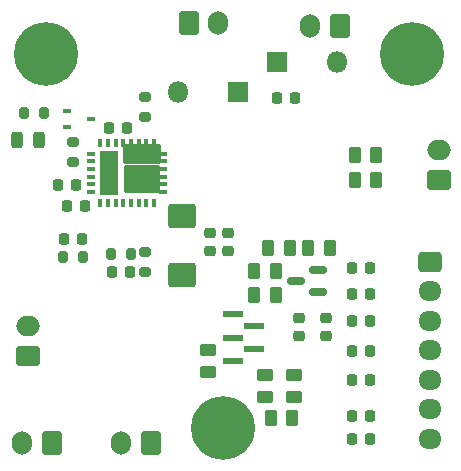
<source format=gbr>
%TF.GenerationSoftware,KiCad,Pcbnew,6.0.1-79c1e3a40b~116~ubuntu21.10.1*%
%TF.CreationDate,2022-02-21T13:22:11-07:00*%
%TF.ProjectId,PowerBackup,506f7765-7242-4616-936b-75702e6b6963,rev?*%
%TF.SameCoordinates,Original*%
%TF.FileFunction,Soldermask,Top*%
%TF.FilePolarity,Negative*%
%FSLAX46Y46*%
G04 Gerber Fmt 4.6, Leading zero omitted, Abs format (unit mm)*
G04 Created by KiCad (PCBNEW 6.0.1-79c1e3a40b~116~ubuntu21.10.1) date 2022-02-21 13:22:11*
%MOMM*%
%LPD*%
G01*
G04 APERTURE LIST*
G04 Aperture macros list*
%AMRoundRect*
0 Rectangle with rounded corners*
0 $1 Rounding radius*
0 $2 $3 $4 $5 $6 $7 $8 $9 X,Y pos of 4 corners*
0 Add a 4 corners polygon primitive as box body*
4,1,4,$2,$3,$4,$5,$6,$7,$8,$9,$2,$3,0*
0 Add four circle primitives for the rounded corners*
1,1,$1+$1,$2,$3*
1,1,$1+$1,$4,$5*
1,1,$1+$1,$6,$7*
1,1,$1+$1,$8,$9*
0 Add four rect primitives between the rounded corners*
20,1,$1+$1,$2,$3,$4,$5,0*
20,1,$1+$1,$4,$5,$6,$7,0*
20,1,$1+$1,$6,$7,$8,$9,0*
20,1,$1+$1,$8,$9,$2,$3,0*%
G04 Aperture macros list end*
%ADD10RoundRect,0.250000X0.262500X0.450000X-0.262500X0.450000X-0.262500X-0.450000X0.262500X-0.450000X0*%
%ADD11R,1.750000X0.600000*%
%ADD12RoundRect,0.225000X0.225000X0.250000X-0.225000X0.250000X-0.225000X-0.250000X0.225000X-0.250000X0*%
%ADD13R,1.800000X1.800000*%
%ADD14O,1.800000X1.800000*%
%ADD15RoundRect,0.250000X0.750000X-0.600000X0.750000X0.600000X-0.750000X0.600000X-0.750000X-0.600000X0*%
%ADD16O,2.000000X1.700000*%
%ADD17RoundRect,0.200000X0.275000X-0.200000X0.275000X0.200000X-0.275000X0.200000X-0.275000X-0.200000X0*%
%ADD18RoundRect,0.200000X0.200000X0.275000X-0.200000X0.275000X-0.200000X-0.275000X0.200000X-0.275000X0*%
%ADD19RoundRect,0.225000X-0.225000X-0.250000X0.225000X-0.250000X0.225000X0.250000X-0.225000X0.250000X0*%
%ADD20RoundRect,0.200000X-0.200000X-0.275000X0.200000X-0.275000X0.200000X0.275000X-0.200000X0.275000X0*%
%ADD21RoundRect,0.150000X0.587500X0.150000X-0.587500X0.150000X-0.587500X-0.150000X0.587500X-0.150000X0*%
%ADD22RoundRect,0.250000X0.925000X-0.787500X0.925000X0.787500X-0.925000X0.787500X-0.925000X-0.787500X0*%
%ADD23RoundRect,0.250000X-0.262500X-0.450000X0.262500X-0.450000X0.262500X0.450000X-0.262500X0.450000X0*%
%ADD24R,0.299974X0.704800*%
%ADD25C,0.700000*%
%ADD26R,1.600000X3.700000*%
%ADD27R,0.704800X0.299974*%
%ADD28RoundRect,0.046200X1.481300X-1.108800X1.481300X1.108800X-1.481300X1.108800X-1.481300X-1.108800X0*%
%ADD29RoundRect,0.032000X1.551500X-0.768000X1.551500X0.768000X-1.551500X0.768000X-1.551500X-0.768000X0*%
%ADD30RoundRect,0.225000X-0.250000X0.225000X-0.250000X-0.225000X0.250000X-0.225000X0.250000X0.225000X0*%
%ADD31RoundRect,0.250000X-0.450000X0.262500X-0.450000X-0.262500X0.450000X-0.262500X0.450000X0.262500X0*%
%ADD32RoundRect,0.250000X0.600000X0.750000X-0.600000X0.750000X-0.600000X-0.750000X0.600000X-0.750000X0*%
%ADD33O,1.700000X2.000000*%
%ADD34R,0.700000X0.450000*%
%ADD35RoundRect,0.250000X-0.725000X0.600000X-0.725000X-0.600000X0.725000X-0.600000X0.725000X0.600000X0*%
%ADD36O,1.950000X1.700000*%
%ADD37C,5.400000*%
%ADD38RoundRect,0.250000X-0.600000X-0.750000X0.600000X-0.750000X0.600000X0.750000X-0.600000X0.750000X0*%
%ADD39RoundRect,0.243750X-0.243750X-0.456250X0.243750X-0.456250X0.243750X0.456250X-0.243750X0.456250X0*%
%ADD40RoundRect,0.225000X0.250000X-0.225000X0.250000X0.225000X-0.250000X0.225000X-0.250000X-0.225000X0*%
G04 APERTURE END LIST*
D10*
%TO.C,R16*%
X143037500Y-93050000D03*
X141212500Y-93050000D03*
%TD*%
D11*
%TO.C,J4*%
X130925000Y-104400000D03*
X132675000Y-105400000D03*
X130925000Y-106400000D03*
X132675000Y-107400000D03*
X130925000Y-108400000D03*
%TD*%
D12*
%TO.C,C12*%
X121933000Y-88646000D03*
X120383000Y-88646000D03*
%TD*%
D13*
%TO.C,D1*%
X134635000Y-83100000D03*
D14*
X139715000Y-83100000D03*
%TD*%
D15*
%TO.C,J6*%
X148325000Y-93025000D03*
D16*
X148325000Y-90525000D03*
%TD*%
D17*
%TO.C,R23*%
X117348000Y-91503000D03*
X117348000Y-89853000D03*
%TD*%
D18*
%TO.C,R18*%
X114871000Y-87376000D03*
X113221000Y-87376000D03*
%TD*%
D19*
%TO.C,C1*%
X140975000Y-115019236D03*
X142525000Y-115019236D03*
%TD*%
%TO.C,C6*%
X140975000Y-102750000D03*
X142525000Y-102750000D03*
%TD*%
D15*
%TO.C,J8*%
X113521000Y-107930000D03*
D16*
X113521000Y-105430000D03*
%TD*%
D20*
%TO.C,R20*%
X116523000Y-99568000D03*
X118173000Y-99568000D03*
%TD*%
D19*
%TO.C,C7*%
X140975000Y-100500000D03*
X142525000Y-100500000D03*
%TD*%
D21*
%TO.C,Q1*%
X138137500Y-102550000D03*
X138137500Y-100650000D03*
X136262500Y-101600000D03*
%TD*%
D22*
%TO.C,C18*%
X126600000Y-101062500D03*
X126600000Y-96137500D03*
%TD*%
D23*
%TO.C,R11*%
X133887500Y-98800000D03*
X135712500Y-98800000D03*
%TD*%
D19*
%TO.C,C10*%
X134607000Y-86106000D03*
X136157000Y-86106000D03*
%TD*%
D17*
%TO.C,R21*%
X123500000Y-100825000D03*
X123500000Y-99175000D03*
%TD*%
D24*
%TO.C,U2*%
X119671001Y-95008400D03*
X120320999Y-95008400D03*
D25*
X119946000Y-93556000D03*
X119946000Y-91356000D03*
X120746000Y-91356000D03*
X120746000Y-93556000D03*
D26*
X120396000Y-92456000D03*
D24*
X120971001Y-95008400D03*
X121620999Y-95008400D03*
X122271001Y-95008400D03*
X122920999Y-95008400D03*
X123571001Y-95008400D03*
X124220999Y-95008400D03*
D27*
X124998399Y-94081001D03*
X124998399Y-93430999D03*
X124998399Y-92781001D03*
D25*
X122126000Y-92956000D03*
D28*
X123173500Y-92961000D03*
D25*
X123086000Y-92956000D03*
X124046000Y-92936000D03*
D27*
X124998399Y-92130999D03*
X124998399Y-91481001D03*
X124998399Y-90830999D03*
D25*
X122116000Y-90806000D03*
X123076000Y-90806000D03*
X124036000Y-90786000D03*
D24*
X124220999Y-89903600D03*
D29*
X123232500Y-90856000D03*
D24*
X123571001Y-89903600D03*
X122920999Y-89903600D03*
X122271001Y-89903600D03*
X121620999Y-89903600D03*
X120971001Y-89903600D03*
X120320999Y-89903600D03*
X119671001Y-89903600D03*
D27*
X118893601Y-90830999D03*
X118893601Y-91481001D03*
X118893601Y-92130999D03*
X118893601Y-92781001D03*
X118893601Y-93430999D03*
X118893601Y-94081001D03*
%TD*%
D30*
%TO.C,C9*%
X136500000Y-104725000D03*
X136500000Y-106275000D03*
%TD*%
D13*
%TO.C,D2*%
X131365000Y-85600000D03*
D14*
X126285000Y-85600000D03*
%TD*%
D30*
%TO.C,C8*%
X138750000Y-104725000D03*
X138750000Y-106275000D03*
%TD*%
D31*
%TO.C,R9*%
X136087500Y-109587500D03*
X136087500Y-111412500D03*
%TD*%
D23*
%TO.C,R13*%
X132687500Y-102800000D03*
X134512500Y-102800000D03*
%TD*%
D19*
%TO.C,C3*%
X140975000Y-110000000D03*
X142525000Y-110000000D03*
%TD*%
D31*
%TO.C,TH1*%
X128800000Y-107487500D03*
X128800000Y-109312500D03*
%TD*%
D19*
%TO.C,C5*%
X140975000Y-105000000D03*
X142525000Y-105000000D03*
%TD*%
%TO.C,C4*%
X140975000Y-107500000D03*
X142525000Y-107500000D03*
%TD*%
D23*
%TO.C,R15*%
X132687500Y-100800000D03*
X134512500Y-100800000D03*
%TD*%
D32*
%TO.C,J9*%
X123932000Y-115333000D03*
D33*
X121432000Y-115333000D03*
%TD*%
D34*
%TO.C,D4*%
X116856000Y-87234000D03*
X116856000Y-88534000D03*
X118856000Y-87884000D03*
%TD*%
D17*
%TO.C,R19*%
X123444000Y-87693000D03*
X123444000Y-86043000D03*
%TD*%
D10*
%TO.C,R17*%
X143037500Y-90925000D03*
X141212500Y-90925000D03*
%TD*%
D35*
%TO.C,J2*%
X147628764Y-99960836D03*
D36*
X147628764Y-102460836D03*
X147628764Y-104960836D03*
X147628764Y-107460836D03*
X147628764Y-109960836D03*
X147628764Y-112460836D03*
X147628764Y-114960836D03*
%TD*%
D37*
%TO.C,H3*%
X130048000Y-114046000D03*
%TD*%
%TO.C,H1*%
X115062000Y-82423000D03*
%TD*%
D38*
%TO.C,J7*%
X127150000Y-79775000D03*
D33*
X129650000Y-79775000D03*
%TD*%
D10*
%TO.C,R8*%
X139112500Y-98800000D03*
X137287500Y-98800000D03*
%TD*%
%TO.C,R10*%
X135912500Y-113250000D03*
X134087500Y-113250000D03*
%TD*%
D12*
%TO.C,C25*%
X117615000Y-93472000D03*
X116065000Y-93472000D03*
%TD*%
D18*
%TO.C,R22*%
X122237000Y-99314000D03*
X120587000Y-99314000D03*
%TD*%
D19*
%TO.C,C2*%
X140975000Y-113000000D03*
X142525000Y-113000000D03*
%TD*%
D31*
%TO.C,R12*%
X133587500Y-109587500D03*
X133587500Y-111412500D03*
%TD*%
D37*
%TO.C,H2*%
X146050000Y-82423000D03*
%TD*%
D12*
%TO.C,C15*%
X122187000Y-100838000D03*
X120637000Y-100838000D03*
%TD*%
%TO.C,C14*%
X118123000Y-98044000D03*
X116573000Y-98044000D03*
%TD*%
D32*
%TO.C,J10*%
X115550000Y-115333000D03*
D33*
X113050000Y-115333000D03*
%TD*%
D39*
%TO.C,D3*%
X112600500Y-89662000D03*
X114475500Y-89662000D03*
%TD*%
D40*
%TO.C,C17*%
X130500000Y-99073000D03*
X130500000Y-97523000D03*
%TD*%
D12*
%TO.C,C11*%
X118390000Y-95250000D03*
X116840000Y-95250000D03*
%TD*%
D40*
%TO.C,C16*%
X129000000Y-99073000D03*
X129000000Y-97523000D03*
%TD*%
D32*
%TO.C,J1*%
X139954000Y-80010000D03*
D33*
X137454000Y-80010000D03*
%TD*%
M02*

</source>
